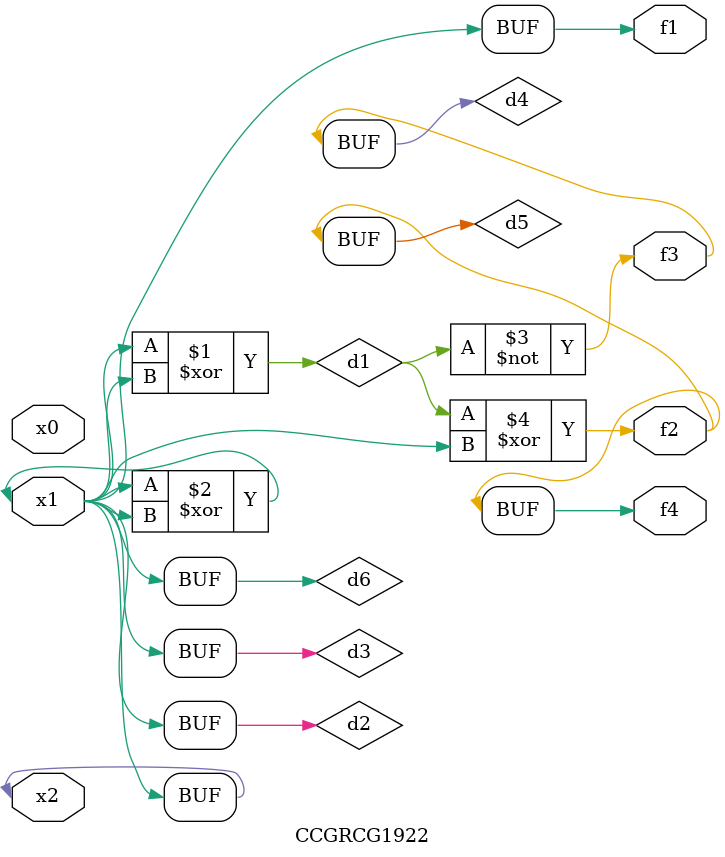
<source format=v>
module CCGRCG1922(
	input x0, x1, x2,
	output f1, f2, f3, f4
);

	wire d1, d2, d3, d4, d5, d6;

	xor (d1, x1, x2);
	buf (d2, x1, x2);
	xor (d3, x1, x2);
	nor (d4, d1);
	xor (d5, d1, d2);
	buf (d6, d2, d3);
	assign f1 = d6;
	assign f2 = d5;
	assign f3 = d4;
	assign f4 = d5;
endmodule

</source>
